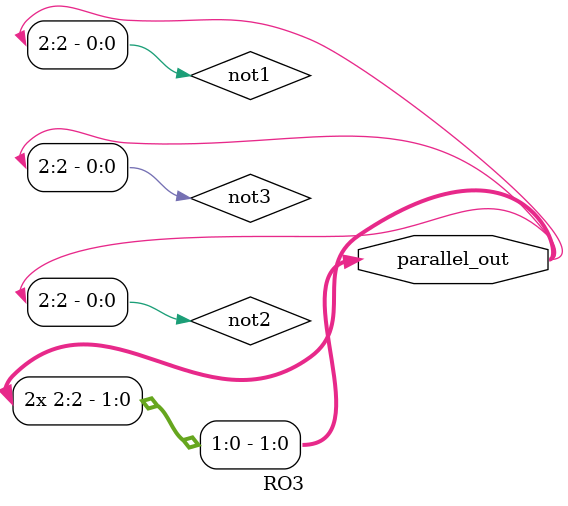
<source format=sv>

(* keep_hierarchy = "yes" *)
(* DONT_TOUCH = "yes" *)
(* keep = "true" *)
module RO3(
    output [2:0] parallel_out
);
    
    // Internal wires
    (* keep = "true" *) wire not1, not2, not3;

    // Create NOT gates
    assign not1 = ~not3;
    assign not2 = ~not1;
    assign not3 = ~not2;

    // Output
    assign parallel_out = {not1, not2, not3};


endmodule
</source>
